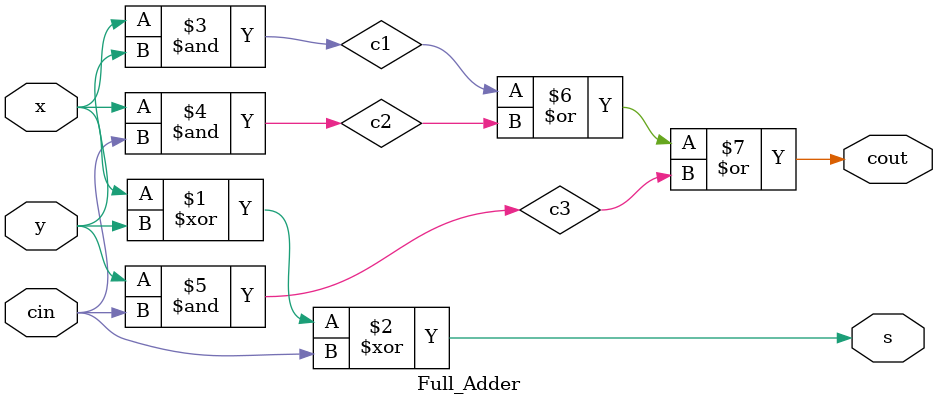
<source format=v>
`timescale 1ns / 1ps
module Full_Adder(

input x, input y, input cin,

output s,output cout

);

wire c1,c2,c3;

xor(s,x,y,cin);

and(c1,x,y),

(c2,x,cin),

(c3,y,cin);

or(cout,c1,c2,c3);

endmodule


</source>
